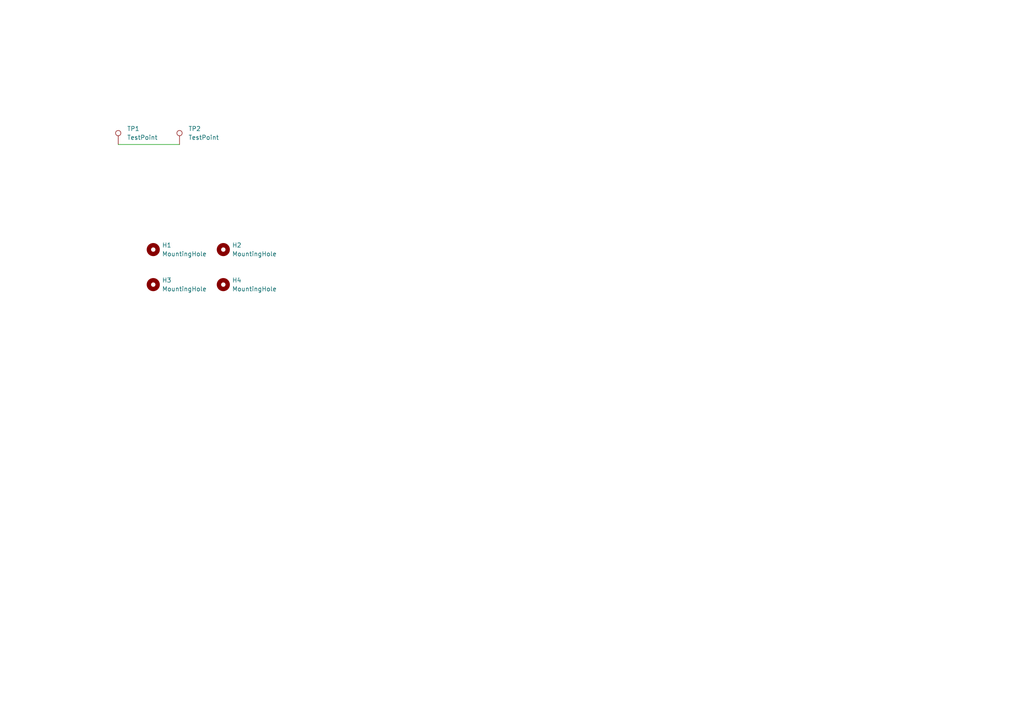
<source format=kicad_sch>
(kicad_sch
	(version 20250114)
	(generator "eeschema")
	(generator_version "9.0")
	(uuid "dfa56d28-256a-4179-9f47-c6c0926babf2")
	(paper "A4")
	(lib_symbols
		(symbol "Connector:TestPoint"
			(pin_numbers
				(hide yes)
			)
			(pin_names
				(offset 0.762)
				(hide yes)
			)
			(exclude_from_sim no)
			(in_bom yes)
			(on_board yes)
			(property "Reference" "TP"
				(at 0 6.858 0)
				(effects
					(font
						(size 1.27 1.27)
					)
				)
			)
			(property "Value" "TestPoint"
				(at 0 5.08 0)
				(effects
					(font
						(size 1.27 1.27)
					)
				)
			)
			(property "Footprint" ""
				(at 5.08 0 0)
				(effects
					(font
						(size 1.27 1.27)
					)
					(hide yes)
				)
			)
			(property "Datasheet" "~"
				(at 5.08 0 0)
				(effects
					(font
						(size 1.27 1.27)
					)
					(hide yes)
				)
			)
			(property "Description" "test point"
				(at 0 0 0)
				(effects
					(font
						(size 1.27 1.27)
					)
					(hide yes)
				)
			)
			(property "ki_keywords" "test point tp"
				(at 0 0 0)
				(effects
					(font
						(size 1.27 1.27)
					)
					(hide yes)
				)
			)
			(property "ki_fp_filters" "Pin* Test*"
				(at 0 0 0)
				(effects
					(font
						(size 1.27 1.27)
					)
					(hide yes)
				)
			)
			(symbol "TestPoint_0_1"
				(circle
					(center 0 3.302)
					(radius 0.762)
					(stroke
						(width 0)
						(type default)
					)
					(fill
						(type none)
					)
				)
			)
			(symbol "TestPoint_1_1"
				(pin passive line
					(at 0 0 90)
					(length 2.54)
					(name "1"
						(effects
							(font
								(size 1.27 1.27)
							)
						)
					)
					(number "1"
						(effects
							(font
								(size 1.27 1.27)
							)
						)
					)
				)
			)
			(embedded_fonts no)
		)
		(symbol "Mechanical:MountingHole"
			(pin_names
				(offset 1.016)
			)
			(exclude_from_sim no)
			(in_bom no)
			(on_board yes)
			(property "Reference" "H"
				(at 0 5.08 0)
				(effects
					(font
						(size 1.27 1.27)
					)
				)
			)
			(property "Value" "MountingHole"
				(at 0 3.175 0)
				(effects
					(font
						(size 1.27 1.27)
					)
				)
			)
			(property "Footprint" ""
				(at 0 0 0)
				(effects
					(font
						(size 1.27 1.27)
					)
					(hide yes)
				)
			)
			(property "Datasheet" "~"
				(at 0 0 0)
				(effects
					(font
						(size 1.27 1.27)
					)
					(hide yes)
				)
			)
			(property "Description" "Mounting Hole without connection"
				(at 0 0 0)
				(effects
					(font
						(size 1.27 1.27)
					)
					(hide yes)
				)
			)
			(property "ki_keywords" "mounting hole"
				(at 0 0 0)
				(effects
					(font
						(size 1.27 1.27)
					)
					(hide yes)
				)
			)
			(property "ki_fp_filters" "MountingHole*"
				(at 0 0 0)
				(effects
					(font
						(size 1.27 1.27)
					)
					(hide yes)
				)
			)
			(symbol "MountingHole_0_1"
				(circle
					(center 0 0)
					(radius 1.27)
					(stroke
						(width 1.27)
						(type default)
					)
					(fill
						(type none)
					)
				)
			)
			(embedded_fonts no)
		)
	)
	(wire
		(pts
			(xy 34.29 41.91) (xy 52.07 41.91)
		)
		(stroke
			(width 0)
			(type default)
		)
		(uuid "d348046c-69a6-41f0-a708-75266a948409")
	)
	(symbol
		(lib_id "Mechanical:MountingHole")
		(at 64.77 82.55 0)
		(unit 1)
		(exclude_from_sim no)
		(in_bom no)
		(on_board yes)
		(dnp no)
		(fields_autoplaced yes)
		(uuid "0e050d54-ab5b-4fb7-bba3-963562491501")
		(property "Reference" "H4"
			(at 67.31 81.2799 0)
			(effects
				(font
					(size 1.27 1.27)
				)
				(justify left)
			)
		)
		(property "Value" "MountingHole"
			(at 67.31 83.8199 0)
			(effects
				(font
					(size 1.27 1.27)
				)
				(justify left)
			)
		)
		(property "Footprint" "MountingHole:MountingHole_3.2mm_M3"
			(at 64.77 82.55 0)
			(effects
				(font
					(size 1.27 1.27)
				)
				(hide yes)
			)
		)
		(property "Datasheet" "~"
			(at 64.77 82.55 0)
			(effects
				(font
					(size 1.27 1.27)
				)
				(hide yes)
			)
		)
		(property "Description" "Mounting Hole without connection"
			(at 64.77 82.55 0)
			(effects
				(font
					(size 1.27 1.27)
				)
				(hide yes)
			)
		)
		(instances
			(project "Plate"
				(path "/dfa56d28-256a-4179-9f47-c6c0926babf2"
					(reference "H4")
					(unit 1)
				)
			)
		)
	)
	(symbol
		(lib_id "Mechanical:MountingHole")
		(at 44.45 72.39 0)
		(unit 1)
		(exclude_from_sim no)
		(in_bom no)
		(on_board yes)
		(dnp no)
		(fields_autoplaced yes)
		(uuid "1636afc9-c5de-434a-959b-e19c37e1208d")
		(property "Reference" "H1"
			(at 46.99 71.1199 0)
			(effects
				(font
					(size 1.27 1.27)
				)
				(justify left)
			)
		)
		(property "Value" "MountingHole"
			(at 46.99 73.6599 0)
			(effects
				(font
					(size 1.27 1.27)
				)
				(justify left)
			)
		)
		(property "Footprint" "MountingHole:MountingHole_3.2mm_M3"
			(at 44.45 72.39 0)
			(effects
				(font
					(size 1.27 1.27)
				)
				(hide yes)
			)
		)
		(property "Datasheet" "~"
			(at 44.45 72.39 0)
			(effects
				(font
					(size 1.27 1.27)
				)
				(hide yes)
			)
		)
		(property "Description" "Mounting Hole without connection"
			(at 44.45 72.39 0)
			(effects
				(font
					(size 1.27 1.27)
				)
				(hide yes)
			)
		)
		(instances
			(project ""
				(path "/dfa56d28-256a-4179-9f47-c6c0926babf2"
					(reference "H1")
					(unit 1)
				)
			)
		)
	)
	(symbol
		(lib_id "Connector:TestPoint")
		(at 52.07 41.91 0)
		(unit 1)
		(exclude_from_sim no)
		(in_bom yes)
		(on_board yes)
		(dnp no)
		(fields_autoplaced yes)
		(uuid "22d95c35-fe70-4d9c-a332-0b3f90c94237")
		(property "Reference" "TP2"
			(at 54.61 37.3379 0)
			(effects
				(font
					(size 1.27 1.27)
				)
				(justify left)
			)
		)
		(property "Value" "TestPoint"
			(at 54.61 39.8779 0)
			(effects
				(font
					(size 1.27 1.27)
				)
				(justify left)
			)
		)
		(property "Footprint" "TestPoint:TestPoint_THTPad_D3.0mm_Drill1.5mm"
			(at 57.15 41.91 0)
			(effects
				(font
					(size 1.27 1.27)
				)
				(hide yes)
			)
		)
		(property "Datasheet" "~"
			(at 57.15 41.91 0)
			(effects
				(font
					(size 1.27 1.27)
				)
				(hide yes)
			)
		)
		(property "Description" "test point"
			(at 52.07 41.91 0)
			(effects
				(font
					(size 1.27 1.27)
				)
				(hide yes)
			)
		)
		(pin "1"
			(uuid "3784d1d9-8545-4a41-bbc2-f01f2bf29896")
		)
		(instances
			(project "Plate"
				(path "/dfa56d28-256a-4179-9f47-c6c0926babf2"
					(reference "TP2")
					(unit 1)
				)
			)
		)
	)
	(symbol
		(lib_id "Mechanical:MountingHole")
		(at 64.77 72.39 0)
		(unit 1)
		(exclude_from_sim no)
		(in_bom no)
		(on_board yes)
		(dnp no)
		(fields_autoplaced yes)
		(uuid "7bc65709-71a5-4b0d-ae25-128c0cafabc6")
		(property "Reference" "H2"
			(at 67.31 71.1199 0)
			(effects
				(font
					(size 1.27 1.27)
				)
				(justify left)
			)
		)
		(property "Value" "MountingHole"
			(at 67.31 73.6599 0)
			(effects
				(font
					(size 1.27 1.27)
				)
				(justify left)
			)
		)
		(property "Footprint" "MountingHole:MountingHole_3.2mm_M3"
			(at 64.77 72.39 0)
			(effects
				(font
					(size 1.27 1.27)
				)
				(hide yes)
			)
		)
		(property "Datasheet" "~"
			(at 64.77 72.39 0)
			(effects
				(font
					(size 1.27 1.27)
				)
				(hide yes)
			)
		)
		(property "Description" "Mounting Hole without connection"
			(at 64.77 72.39 0)
			(effects
				(font
					(size 1.27 1.27)
				)
				(hide yes)
			)
		)
		(instances
			(project "Plate"
				(path "/dfa56d28-256a-4179-9f47-c6c0926babf2"
					(reference "H2")
					(unit 1)
				)
			)
		)
	)
	(symbol
		(lib_id "Connector:TestPoint")
		(at 34.29 41.91 0)
		(unit 1)
		(exclude_from_sim no)
		(in_bom yes)
		(on_board yes)
		(dnp no)
		(fields_autoplaced yes)
		(uuid "804518ff-143e-40fd-9379-af72d0b08a3d")
		(property "Reference" "TP1"
			(at 36.83 37.3379 0)
			(effects
				(font
					(size 1.27 1.27)
				)
				(justify left)
			)
		)
		(property "Value" "TestPoint"
			(at 36.83 39.8779 0)
			(effects
				(font
					(size 1.27 1.27)
				)
				(justify left)
			)
		)
		(property "Footprint" "TestPoint:TestPoint_THTPad_D3.0mm_Drill1.5mm"
			(at 39.37 41.91 0)
			(effects
				(font
					(size 1.27 1.27)
				)
				(hide yes)
			)
		)
		(property "Datasheet" "~"
			(at 39.37 41.91 0)
			(effects
				(font
					(size 1.27 1.27)
				)
				(hide yes)
			)
		)
		(property "Description" "test point"
			(at 34.29 41.91 0)
			(effects
				(font
					(size 1.27 1.27)
				)
				(hide yes)
			)
		)
		(pin "1"
			(uuid "8373632d-8485-49e2-8b03-2e2905590e1f")
		)
		(instances
			(project ""
				(path "/dfa56d28-256a-4179-9f47-c6c0926babf2"
					(reference "TP1")
					(unit 1)
				)
			)
		)
	)
	(symbol
		(lib_id "Mechanical:MountingHole")
		(at 44.45 82.55 0)
		(unit 1)
		(exclude_from_sim no)
		(in_bom no)
		(on_board yes)
		(dnp no)
		(fields_autoplaced yes)
		(uuid "c43bfd9a-204e-4e22-ae21-05655cc7d529")
		(property "Reference" "H3"
			(at 46.99 81.2799 0)
			(effects
				(font
					(size 1.27 1.27)
				)
				(justify left)
			)
		)
		(property "Value" "MountingHole"
			(at 46.99 83.8199 0)
			(effects
				(font
					(size 1.27 1.27)
				)
				(justify left)
			)
		)
		(property "Footprint" "MountingHole:MountingHole_3.2mm_M3"
			(at 44.45 82.55 0)
			(effects
				(font
					(size 1.27 1.27)
				)
				(hide yes)
			)
		)
		(property "Datasheet" "~"
			(at 44.45 82.55 0)
			(effects
				(font
					(size 1.27 1.27)
				)
				(hide yes)
			)
		)
		(property "Description" "Mounting Hole without connection"
			(at 44.45 82.55 0)
			(effects
				(font
					(size 1.27 1.27)
				)
				(hide yes)
			)
		)
		(instances
			(project "Plate"
				(path "/dfa56d28-256a-4179-9f47-c6c0926babf2"
					(reference "H3")
					(unit 1)
				)
			)
		)
	)
	(sheet_instances
		(path "/"
			(page "1")
		)
	)
	(embedded_fonts no)
)

</source>
